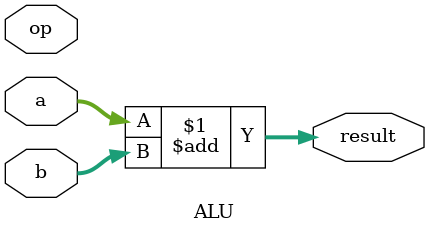
<source format=v>
module ALU (
    input [31:0] a, b,
    input [1:0] op,
    output [31:0] result
);
    assign result = a + b; // Chỉ hỗ trợ cộng
endmodule
</source>
